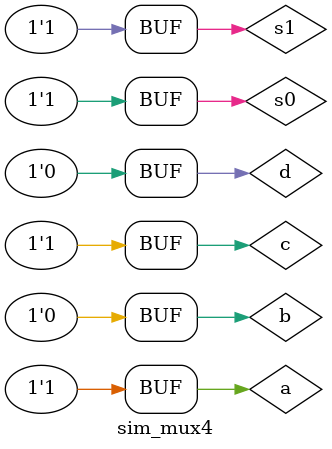
<source format=v>
`timescale 1ns / 1ps


module sim_mux4();
reg a, b, c, d, s0, s1;
wire out;
mux4_1 st(a, b, c, d, s0, s1, out);
initial
begin
#0 a = 0; b = 0; c = 0; d = 0; s0 = 0; s1 = 0;
#10 a = 0; b = 0; c = 0; d = 1; s0 = 0; s1 = 0;
#10 a = 0; b = 1; c = 0; d = 1; s0 = 0; s1 = 1;
#10 a = 0; b = 1; c = 1; d = 1; s0 = 1; s1 = 0;
#10 a = 1; b = 1; c = 1; d = 1; s0 = 1; s1 = 1;
#10 a = 1; b = 0; c = 1; d = 0; s0 = 1; s1 = 1;
end
endmodule

</source>
